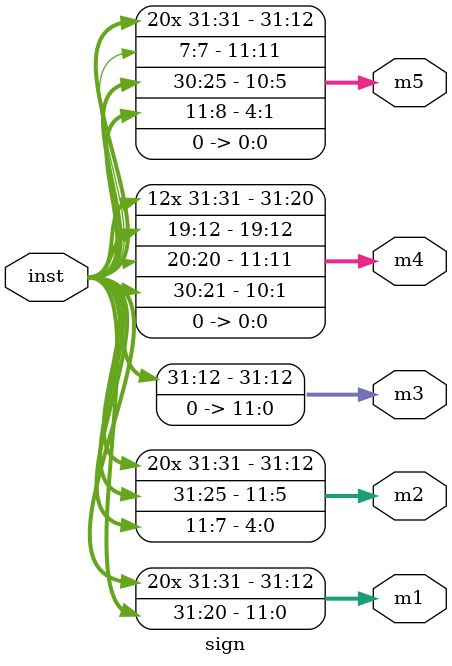
<source format=v>
`timescale 1ns / 1ns


module sign(m1,m2,m3,m4,m5,inst);
output reg [31:0] m1,m2,m3,m4,m5;
input [31:0] inst;

always@(*)
begin

m1= {{21{inst[31]}}, inst[30:20]};
m2= {{21{inst[31]}}, inst[30:25], inst[11:8], inst[7]};
m3= {inst[31:12], 12'b0};
m4= {{12{inst[31]}}, inst[19:12], inst[20], inst[30:21], 1'b0};
m5= {{20{inst[31]}}, inst[7], inst[30:25], inst[11:8], 1'b0};
end
endmodule

</source>
